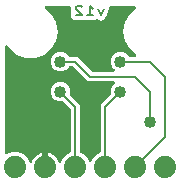
<source format=gbr>
G04 EAGLE Gerber RS-274X export*
G75*
%MOMM*%
%FSLAX34Y34*%
%LPD*%
%INBottom Copper*%
%IPPOS*%
%AMOC8*
5,1,8,0,0,1.08239X$1,22.5*%
G01*
%ADD10C,0.203200*%
%ADD11C,1.879600*%
%ADD12C,1.016000*%

G36*
X39488Y12716D02*
X39488Y12716D01*
X39607Y12723D01*
X39645Y12736D01*
X39685Y12741D01*
X39796Y12785D01*
X39909Y12821D01*
X39944Y12843D01*
X39981Y12858D01*
X40077Y12928D01*
X40178Y12991D01*
X40206Y13021D01*
X40239Y13045D01*
X40314Y13136D01*
X40396Y13223D01*
X40416Y13258D01*
X40441Y13290D01*
X40492Y13397D01*
X40550Y13502D01*
X40560Y13541D01*
X40577Y13577D01*
X40599Y13694D01*
X40629Y13809D01*
X40633Y13870D01*
X40637Y13890D01*
X40635Y13910D01*
X40639Y13970D01*
X40639Y24385D01*
X40896Y24345D01*
X42683Y23764D01*
X44357Y22911D01*
X45878Y21806D01*
X47206Y20478D01*
X48311Y18957D01*
X49164Y17283D01*
X49315Y16818D01*
X49328Y16791D01*
X49335Y16762D01*
X49395Y16648D01*
X49450Y16530D01*
X49469Y16507D01*
X49483Y16481D01*
X49570Y16385D01*
X49653Y16285D01*
X49677Y16268D01*
X49697Y16246D01*
X49806Y16174D01*
X49910Y16098D01*
X49938Y16087D01*
X49963Y16071D01*
X50086Y16029D01*
X50206Y15981D01*
X50236Y15977D01*
X50264Y15968D01*
X50393Y15957D01*
X50521Y15941D01*
X50551Y15945D01*
X50581Y15942D01*
X50709Y15965D01*
X50837Y15981D01*
X50865Y15992D01*
X50894Y15997D01*
X51012Y16050D01*
X51133Y16098D01*
X51157Y16115D01*
X51184Y16127D01*
X51285Y16208D01*
X51390Y16284D01*
X51409Y16307D01*
X51433Y16326D01*
X51511Y16430D01*
X51593Y16529D01*
X51606Y16556D01*
X51624Y16580D01*
X51695Y16725D01*
X52948Y19750D01*
X56450Y23252D01*
X58652Y24164D01*
X58677Y24179D01*
X58705Y24188D01*
X58815Y24257D01*
X58928Y24322D01*
X58949Y24342D01*
X58974Y24358D01*
X59063Y24452D01*
X59156Y24543D01*
X59172Y24568D01*
X59192Y24590D01*
X59255Y24703D01*
X59323Y24814D01*
X59331Y24842D01*
X59346Y24868D01*
X59378Y24994D01*
X59416Y25118D01*
X59418Y25147D01*
X59425Y25176D01*
X59435Y25337D01*
X59435Y61291D01*
X59423Y61389D01*
X59420Y61488D01*
X59403Y61546D01*
X59395Y61606D01*
X59359Y61698D01*
X59331Y61793D01*
X59301Y61845D01*
X59278Y61902D01*
X59220Y61982D01*
X59170Y62067D01*
X59104Y62143D01*
X59092Y62159D01*
X59082Y62167D01*
X59064Y62188D01*
X53552Y67700D01*
X53474Y67760D01*
X53402Y67828D01*
X53349Y67857D01*
X53301Y67894D01*
X53210Y67934D01*
X53123Y67982D01*
X53065Y67997D01*
X53009Y68021D01*
X52911Y68036D01*
X52815Y68061D01*
X52715Y68067D01*
X52695Y68071D01*
X52683Y68069D01*
X52655Y68071D01*
X49183Y68071D01*
X46195Y69309D01*
X43909Y71595D01*
X42671Y74583D01*
X42671Y77817D01*
X43909Y80805D01*
X46195Y83091D01*
X49183Y84329D01*
X52417Y84329D01*
X55405Y83091D01*
X57691Y80805D01*
X58929Y77817D01*
X58929Y74345D01*
X58941Y74247D01*
X58944Y74148D01*
X58961Y74090D01*
X58969Y74030D01*
X59005Y73938D01*
X59033Y73843D01*
X59063Y73791D01*
X59086Y73734D01*
X59144Y73654D01*
X59194Y73569D01*
X59260Y73493D01*
X59272Y73477D01*
X59282Y73469D01*
X59300Y73448D01*
X67565Y65184D01*
X67565Y25337D01*
X67568Y25307D01*
X67566Y25278D01*
X67587Y25158D01*
X67587Y25156D01*
X67588Y25150D01*
X67605Y25021D01*
X67615Y24994D01*
X67620Y24965D01*
X67674Y24846D01*
X67722Y24725D01*
X67739Y24702D01*
X67751Y24675D01*
X67832Y24573D01*
X67908Y24468D01*
X67931Y24449D01*
X67950Y24426D01*
X68053Y24348D01*
X68153Y24265D01*
X68180Y24253D01*
X68204Y24235D01*
X68348Y24164D01*
X70550Y23252D01*
X74052Y19750D01*
X75027Y17395D01*
X75096Y17275D01*
X75161Y17152D01*
X75175Y17137D01*
X75185Y17119D01*
X75282Y17019D01*
X75375Y16916D01*
X75392Y16905D01*
X75406Y16891D01*
X75524Y16818D01*
X75641Y16742D01*
X75660Y16735D01*
X75677Y16724D01*
X75810Y16684D01*
X75942Y16638D01*
X75962Y16637D01*
X75981Y16631D01*
X76120Y16624D01*
X76259Y16613D01*
X76279Y16617D01*
X76299Y16616D01*
X76435Y16644D01*
X76572Y16668D01*
X76591Y16676D01*
X76610Y16680D01*
X76735Y16741D01*
X76862Y16798D01*
X76878Y16811D01*
X76896Y16820D01*
X77002Y16910D01*
X77110Y16997D01*
X77123Y17013D01*
X77138Y17026D01*
X77218Y17140D01*
X77302Y17251D01*
X77314Y17276D01*
X77321Y17286D01*
X77328Y17305D01*
X77373Y17395D01*
X78348Y19750D01*
X81850Y23252D01*
X84052Y24164D01*
X84077Y24179D01*
X84105Y24188D01*
X84215Y24257D01*
X84328Y24322D01*
X84349Y24342D01*
X84374Y24358D01*
X84463Y24452D01*
X84556Y24543D01*
X84572Y24568D01*
X84592Y24590D01*
X84655Y24703D01*
X84723Y24814D01*
X84731Y24842D01*
X84746Y24868D01*
X84778Y24994D01*
X84816Y25118D01*
X84818Y25147D01*
X84825Y25176D01*
X84835Y25337D01*
X84835Y65184D01*
X93100Y73448D01*
X93160Y73526D01*
X93228Y73598D01*
X93257Y73651D01*
X93294Y73699D01*
X93334Y73790D01*
X93382Y73877D01*
X93397Y73935D01*
X93421Y73991D01*
X93436Y74089D01*
X93461Y74185D01*
X93467Y74285D01*
X93471Y74305D01*
X93469Y74317D01*
X93471Y74345D01*
X93471Y77817D01*
X94709Y80805D01*
X96573Y82669D01*
X96658Y82778D01*
X96747Y82885D01*
X96755Y82904D01*
X96768Y82920D01*
X96823Y83048D01*
X96882Y83173D01*
X96886Y83193D01*
X96894Y83212D01*
X96916Y83350D01*
X96942Y83486D01*
X96941Y83506D01*
X96944Y83526D01*
X96931Y83665D01*
X96922Y83803D01*
X96916Y83822D01*
X96914Y83842D01*
X96867Y83974D01*
X96824Y84105D01*
X96813Y84123D01*
X96806Y84142D01*
X96728Y84257D01*
X96654Y84374D01*
X96639Y84388D01*
X96628Y84405D01*
X96524Y84497D01*
X96422Y84592D01*
X96405Y84602D01*
X96389Y84615D01*
X96265Y84679D01*
X96144Y84746D01*
X96124Y84751D01*
X96106Y84760D01*
X95970Y84790D01*
X95836Y84825D01*
X95808Y84827D01*
X95796Y84830D01*
X95775Y84829D01*
X95675Y84835D01*
X74516Y84835D01*
X62188Y97164D01*
X62110Y97224D01*
X62038Y97292D01*
X61985Y97321D01*
X61937Y97358D01*
X61846Y97398D01*
X61759Y97446D01*
X61701Y97461D01*
X61645Y97485D01*
X61547Y97500D01*
X61451Y97525D01*
X61351Y97531D01*
X61331Y97535D01*
X61319Y97533D01*
X61291Y97535D01*
X58757Y97535D01*
X58659Y97523D01*
X58560Y97520D01*
X58501Y97503D01*
X58441Y97495D01*
X58349Y97459D01*
X58254Y97431D01*
X58202Y97401D01*
X58146Y97378D01*
X58066Y97320D01*
X57980Y97270D01*
X57905Y97204D01*
X57888Y97192D01*
X57880Y97182D01*
X57859Y97164D01*
X55405Y94709D01*
X52417Y93471D01*
X49183Y93471D01*
X46195Y94709D01*
X43909Y96995D01*
X42671Y99983D01*
X42671Y103217D01*
X43909Y106205D01*
X46195Y108491D01*
X49183Y109729D01*
X52417Y109729D01*
X55405Y108491D01*
X57859Y106036D01*
X57938Y105976D01*
X58010Y105908D01*
X58063Y105879D01*
X58111Y105842D01*
X58202Y105802D01*
X58288Y105754D01*
X58347Y105739D01*
X58402Y105715D01*
X58500Y105700D01*
X58596Y105675D01*
X58696Y105669D01*
X58717Y105665D01*
X58729Y105667D01*
X58757Y105665D01*
X65184Y105665D01*
X77512Y93336D01*
X77590Y93276D01*
X77662Y93208D01*
X77715Y93179D01*
X77763Y93142D01*
X77854Y93102D01*
X77941Y93054D01*
X77999Y93039D01*
X78055Y93015D01*
X78153Y93000D01*
X78249Y92975D01*
X78349Y92969D01*
X78369Y92965D01*
X78381Y92967D01*
X78409Y92965D01*
X95675Y92965D01*
X95813Y92982D01*
X95952Y92995D01*
X95971Y93002D01*
X95991Y93005D01*
X96120Y93056D01*
X96251Y93103D01*
X96268Y93114D01*
X96286Y93122D01*
X96399Y93203D01*
X96514Y93281D01*
X96527Y93297D01*
X96544Y93308D01*
X96633Y93416D01*
X96725Y93520D01*
X96734Y93538D01*
X96747Y93553D01*
X96806Y93679D01*
X96869Y93803D01*
X96874Y93823D01*
X96882Y93841D01*
X96908Y93977D01*
X96939Y94113D01*
X96938Y94134D01*
X96942Y94153D01*
X96933Y94292D01*
X96929Y94431D01*
X96923Y94451D01*
X96922Y94471D01*
X96879Y94603D01*
X96841Y94737D01*
X96830Y94754D01*
X96824Y94773D01*
X96750Y94891D01*
X96679Y95011D01*
X96661Y95032D01*
X96654Y95042D01*
X96639Y95056D01*
X96573Y95131D01*
X94709Y96995D01*
X93471Y99983D01*
X93471Y103217D01*
X94709Y106205D01*
X96995Y108491D01*
X99983Y109729D01*
X103217Y109729D01*
X106205Y108491D01*
X108659Y106036D01*
X108738Y105976D01*
X108810Y105908D01*
X108863Y105879D01*
X108911Y105842D01*
X109002Y105802D01*
X109088Y105754D01*
X109147Y105739D01*
X109202Y105715D01*
X109300Y105700D01*
X109396Y105675D01*
X109496Y105669D01*
X109517Y105665D01*
X109529Y105667D01*
X109557Y105665D01*
X113769Y105665D01*
X113805Y105669D01*
X113840Y105667D01*
X113962Y105689D01*
X114085Y105705D01*
X114118Y105718D01*
X114153Y105724D01*
X114265Y105776D01*
X114381Y105822D01*
X114409Y105842D01*
X114441Y105857D01*
X114538Y105936D01*
X114638Y106008D01*
X114661Y106036D01*
X114688Y106058D01*
X114761Y106158D01*
X114841Y106253D01*
X114856Y106285D01*
X114877Y106314D01*
X114923Y106429D01*
X114976Y106541D01*
X114983Y106576D01*
X114996Y106609D01*
X115013Y106732D01*
X115036Y106853D01*
X115034Y106889D01*
X115039Y106924D01*
X115024Y107047D01*
X115016Y107171D01*
X115005Y107205D01*
X115001Y107240D01*
X114956Y107356D01*
X114918Y107473D01*
X114899Y107503D01*
X114887Y107536D01*
X114814Y107637D01*
X114748Y107742D01*
X114722Y107766D01*
X114702Y107795D01*
X114585Y107906D01*
X109415Y112244D01*
X105429Y119149D01*
X104045Y127000D01*
X105429Y134851D01*
X109415Y141755D01*
X114585Y146094D01*
X114609Y146120D01*
X114638Y146140D01*
X114717Y146236D01*
X114801Y146327D01*
X114818Y146358D01*
X114841Y146385D01*
X114894Y146498D01*
X114953Y146607D01*
X114961Y146641D01*
X114976Y146673D01*
X114999Y146795D01*
X115030Y146915D01*
X115029Y146951D01*
X115036Y146986D01*
X115028Y147109D01*
X115027Y147233D01*
X115018Y147268D01*
X115016Y147303D01*
X114978Y147421D01*
X114946Y147541D01*
X114929Y147572D01*
X114918Y147605D01*
X114852Y147710D01*
X114791Y147819D01*
X114767Y147844D01*
X114748Y147874D01*
X114658Y147959D01*
X114572Y148049D01*
X114542Y148068D01*
X114516Y148092D01*
X114408Y148152D01*
X114303Y148218D01*
X114269Y148229D01*
X114238Y148246D01*
X114118Y148277D01*
X114000Y148314D01*
X113964Y148316D01*
X113930Y148325D01*
X113769Y148335D01*
X93198Y148335D01*
X93193Y148335D01*
X93189Y148335D01*
X93035Y148315D01*
X92882Y148295D01*
X92878Y148294D01*
X92873Y148293D01*
X92729Y148235D01*
X92586Y148178D01*
X92583Y148176D01*
X92579Y148174D01*
X92454Y148082D01*
X92329Y147992D01*
X92326Y147988D01*
X92323Y147985D01*
X92225Y147866D01*
X92126Y147747D01*
X92124Y147742D01*
X92121Y147739D01*
X92056Y147598D01*
X91991Y147459D01*
X91990Y147454D01*
X91988Y147450D01*
X91960Y147299D01*
X91931Y147147D01*
X91931Y147142D01*
X91930Y147138D01*
X91941Y146982D01*
X91951Y146829D01*
X91952Y146825D01*
X91952Y146820D01*
X91993Y146665D01*
X92273Y145827D01*
X88978Y139237D01*
X88974Y139228D01*
X88969Y139220D01*
X88909Y139071D01*
X88490Y137816D01*
X88441Y137782D01*
X88316Y137699D01*
X88310Y137692D01*
X88303Y137687D01*
X88204Y137574D01*
X88104Y137462D01*
X88100Y137454D01*
X88094Y137447D01*
X88064Y137395D01*
X86817Y136980D01*
X86809Y136976D01*
X86799Y136974D01*
X86651Y136911D01*
X85468Y136319D01*
X85410Y136330D01*
X85262Y136360D01*
X85253Y136359D01*
X85244Y136361D01*
X85095Y136350D01*
X84944Y136342D01*
X84936Y136339D01*
X84927Y136339D01*
X84869Y136323D01*
X83694Y136911D01*
X83685Y136914D01*
X83677Y136919D01*
X83527Y136980D01*
X82032Y137478D01*
X81891Y137506D01*
X81751Y137538D01*
X81735Y137537D01*
X81720Y137540D01*
X81577Y137532D01*
X81433Y137528D01*
X81418Y137524D01*
X81402Y137523D01*
X81266Y137480D01*
X81128Y137440D01*
X81114Y137432D01*
X81099Y137427D01*
X80978Y137351D01*
X80854Y137278D01*
X80837Y137264D01*
X80829Y137259D01*
X80817Y137245D01*
X80733Y137172D01*
X80213Y136651D01*
X62067Y136651D01*
X59686Y139032D01*
X59686Y142400D01*
X59816Y142530D01*
X59889Y142624D01*
X59968Y142713D01*
X59986Y142749D01*
X60011Y142781D01*
X60058Y142891D01*
X60112Y142997D01*
X60121Y143036D01*
X60137Y143073D01*
X60156Y143191D01*
X60182Y143307D01*
X60181Y143347D01*
X60187Y143387D01*
X60176Y143506D01*
X60172Y143625D01*
X60161Y143664D01*
X60157Y143704D01*
X60117Y143816D01*
X60084Y143930D01*
X60065Y143963D01*
X60061Y143973D01*
X60060Y143976D01*
X60050Y144003D01*
X59983Y144102D01*
X59922Y144204D01*
X59896Y144234D01*
X59891Y144242D01*
X59882Y144251D01*
X59871Y144266D01*
X59856Y144280D01*
X59816Y144325D01*
X59686Y144456D01*
X59686Y147066D01*
X59671Y147184D01*
X59663Y147303D01*
X59651Y147341D01*
X59646Y147382D01*
X59602Y147492D01*
X59565Y147605D01*
X59544Y147640D01*
X59529Y147677D01*
X59459Y147773D01*
X59395Y147874D01*
X59366Y147902D01*
X59342Y147935D01*
X59250Y148011D01*
X59163Y148092D01*
X59128Y148112D01*
X59097Y148137D01*
X58989Y148188D01*
X58885Y148246D01*
X58846Y148256D01*
X58809Y148273D01*
X58692Y148295D01*
X58577Y148325D01*
X58517Y148329D01*
X58497Y148333D01*
X58477Y148331D01*
X58416Y148335D01*
X38631Y148335D01*
X38595Y148331D01*
X38560Y148333D01*
X38438Y148311D01*
X38315Y148295D01*
X38282Y148282D01*
X38247Y148276D01*
X38135Y148224D01*
X38019Y148178D01*
X37991Y148158D01*
X37959Y148143D01*
X37862Y148064D01*
X37762Y147992D01*
X37739Y147964D01*
X37712Y147942D01*
X37639Y147842D01*
X37559Y147747D01*
X37544Y147715D01*
X37523Y147686D01*
X37477Y147571D01*
X37424Y147459D01*
X37417Y147424D01*
X37404Y147391D01*
X37387Y147268D01*
X37364Y147147D01*
X37366Y147111D01*
X37361Y147076D01*
X37376Y146953D01*
X37384Y146829D01*
X37395Y146795D01*
X37399Y146760D01*
X37444Y146644D01*
X37482Y146527D01*
X37501Y146497D01*
X37513Y146464D01*
X37586Y146363D01*
X37652Y146258D01*
X37678Y146234D01*
X37698Y146205D01*
X37815Y146094D01*
X42985Y141756D01*
X46971Y134851D01*
X48355Y127000D01*
X46971Y119149D01*
X42985Y112245D01*
X36878Y107120D01*
X29386Y104393D01*
X21414Y104393D01*
X13922Y107120D01*
X7815Y112244D01*
X6433Y114638D01*
X6345Y114754D01*
X6260Y114872D01*
X6249Y114881D01*
X6241Y114891D01*
X6127Y114982D01*
X6015Y115075D01*
X6002Y115081D01*
X5992Y115089D01*
X5858Y115149D01*
X5727Y115210D01*
X5714Y115213D01*
X5701Y115218D01*
X5557Y115243D01*
X5414Y115270D01*
X5401Y115269D01*
X5388Y115272D01*
X5242Y115259D01*
X5097Y115250D01*
X5084Y115246D01*
X5071Y115245D01*
X4933Y115197D01*
X4795Y115152D01*
X4783Y115145D01*
X4770Y115141D01*
X4649Y115060D01*
X4526Y114982D01*
X4517Y114972D01*
X4505Y114965D01*
X4408Y114857D01*
X4308Y114751D01*
X4301Y114739D01*
X4292Y114729D01*
X4225Y114599D01*
X4154Y114472D01*
X4151Y114459D01*
X4145Y114447D01*
X4111Y114305D01*
X4075Y114164D01*
X4074Y114146D01*
X4072Y114137D01*
X4072Y114120D01*
X4065Y114003D01*
X4065Y24495D01*
X4071Y24446D01*
X4069Y24396D01*
X4091Y24289D01*
X4105Y24179D01*
X4123Y24133D01*
X4133Y24085D01*
X4181Y23986D01*
X4222Y23884D01*
X4251Y23844D01*
X4273Y23799D01*
X4344Y23715D01*
X4408Y23626D01*
X4447Y23595D01*
X4479Y23557D01*
X4569Y23494D01*
X4653Y23424D01*
X4698Y23402D01*
X4739Y23374D01*
X4842Y23335D01*
X4941Y23288D01*
X4990Y23279D01*
X5036Y23261D01*
X5146Y23249D01*
X5253Y23228D01*
X5303Y23231D01*
X5352Y23226D01*
X5461Y23241D01*
X5571Y23248D01*
X5618Y23263D01*
X5667Y23270D01*
X5820Y23322D01*
X10224Y25147D01*
X15176Y25147D01*
X19750Y23252D01*
X23252Y19750D01*
X24505Y16725D01*
X24520Y16699D01*
X24529Y16670D01*
X24599Y16561D01*
X24663Y16448D01*
X24684Y16427D01*
X24700Y16402D01*
X24794Y16313D01*
X24884Y16220D01*
X24910Y16204D01*
X24931Y16184D01*
X25045Y16121D01*
X25155Y16054D01*
X25184Y16045D01*
X25210Y16031D01*
X25335Y15998D01*
X25459Y15960D01*
X25489Y15959D01*
X25518Y15951D01*
X25648Y15951D01*
X25777Y15945D01*
X25806Y15951D01*
X25836Y15951D01*
X25961Y15983D01*
X26088Y16009D01*
X26115Y16022D01*
X26144Y16030D01*
X26257Y16092D01*
X26374Y16149D01*
X26397Y16168D01*
X26423Y16183D01*
X26517Y16271D01*
X26616Y16355D01*
X26633Y16380D01*
X26655Y16400D01*
X26724Y16509D01*
X26799Y16615D01*
X26810Y16643D01*
X26826Y16669D01*
X26885Y16818D01*
X27036Y17283D01*
X27889Y18957D01*
X28994Y20478D01*
X30322Y21806D01*
X31843Y22911D01*
X33517Y23764D01*
X35304Y24345D01*
X35561Y24385D01*
X35561Y13970D01*
X35576Y13852D01*
X35583Y13733D01*
X35596Y13695D01*
X35601Y13655D01*
X35644Y13544D01*
X35681Y13431D01*
X35703Y13397D01*
X35718Y13359D01*
X35788Y13263D01*
X35851Y13162D01*
X35881Y13134D01*
X35904Y13102D01*
X35996Y13026D01*
X36083Y12944D01*
X36118Y12925D01*
X36149Y12899D01*
X36257Y12848D01*
X36361Y12791D01*
X36401Y12780D01*
X36437Y12763D01*
X36554Y12741D01*
X36669Y12711D01*
X36730Y12707D01*
X36750Y12703D01*
X36770Y12705D01*
X36830Y12701D01*
X39370Y12701D01*
X39488Y12716D01*
G37*
D10*
X87884Y146139D02*
X85172Y140716D01*
X82461Y146139D01*
X78529Y146139D02*
X75817Y148851D01*
X75817Y140716D01*
X73106Y140716D02*
X78529Y140716D01*
X69174Y140716D02*
X63750Y140716D01*
X63750Y146139D02*
X69174Y140716D01*
X63750Y146139D02*
X63750Y147495D01*
X65106Y148851D01*
X67818Y148851D01*
X69174Y147495D01*
D11*
X12700Y12700D03*
X38100Y12700D03*
X63500Y12700D03*
X88900Y12700D03*
X114300Y12700D03*
X139700Y12700D03*
D12*
X50800Y139700D03*
X101600Y76200D03*
D10*
X88900Y63500D01*
X88900Y12700D01*
D12*
X101600Y101600D03*
D10*
X127000Y101600D01*
X139700Y88900D02*
X139700Y38100D01*
X114300Y12700D01*
X139700Y88900D02*
X127000Y101600D01*
D12*
X50800Y76200D03*
D10*
X63500Y63500D01*
X63500Y12700D01*
D12*
X50800Y101600D03*
D10*
X63500Y101600D01*
X76200Y88900D01*
D12*
X127000Y50800D03*
D10*
X127000Y76200D01*
X114300Y88900D01*
X76200Y88900D01*
M02*

</source>
